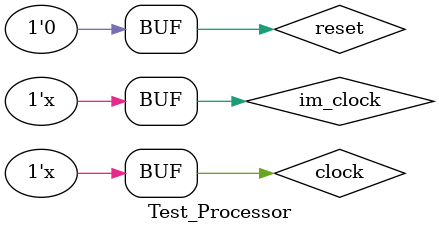
<source format=v>
`timescale 1ns / 1ps


module Test_Processor;

	// Inputs
	reg clock;
	reg im_clock;
	reg reset;

	// Outputs
	wire [31:0] Result;
	wire [31:0] read_addr;
	wire [31:0] instr;
	// Instantiate the Unit Under Test (UUT)
	RISC_Processor uut (
		.clock(clock), 
		.im_clock(im_clock), 
		.reset(reset), 
		.Result(Result), 
		.read_addr(read_addr), 
		.instr(instr)
	);

	initial begin
		// Initialize Inputs
		clock = 0;
		im_clock = 0;
		reset = 0;
		#100;
		reset =1;
		#500;
		reset=0;
		// Wait 100 ns for global reset to finish
		
		// Add stimulus here
	end

	always #2 im_clock = !im_clock;
	always #50 clock = !clock;

endmodule

</source>
